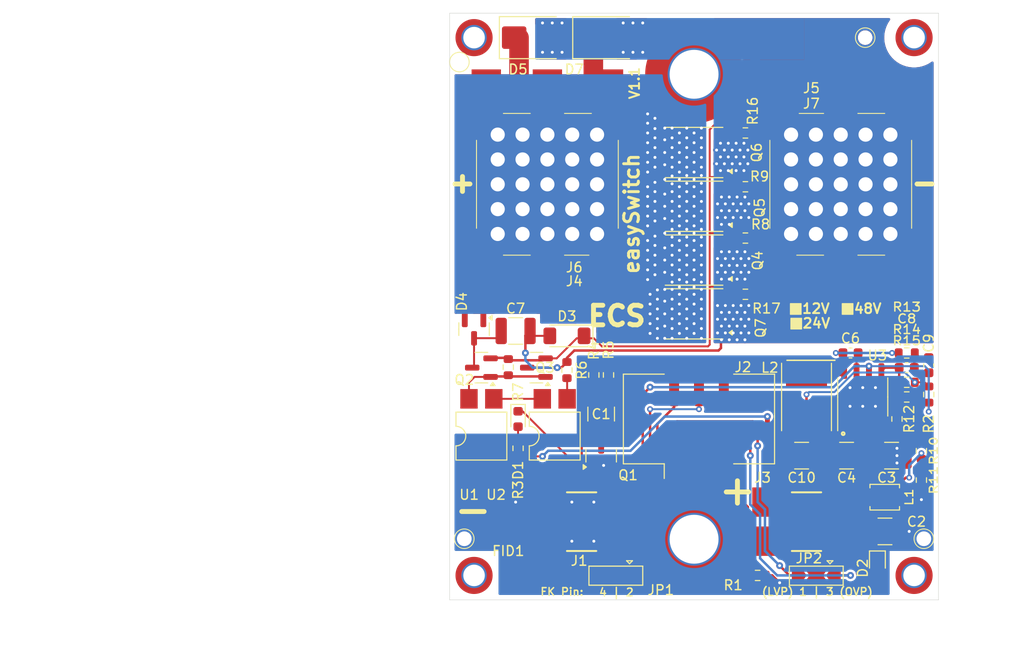
<source format=kicad_pcb>
(kicad_pcb
	(version 20241229)
	(generator "pcbnew")
	(generator_version "9.0")
	(general
		(thickness 1.6)
		(legacy_teardrops no)
	)
	(paper "A4")
	(layers
		(0 "F.Cu" signal)
		(2 "B.Cu" signal)
		(9 "F.Adhes" user "F.Adhesive")
		(11 "B.Adhes" user "B.Adhesive")
		(13 "F.Paste" user)
		(15 "B.Paste" user)
		(5 "F.SilkS" user "F.Silkscreen")
		(7 "B.SilkS" user "B.Silkscreen")
		(1 "F.Mask" user)
		(3 "B.Mask" user)
		(17 "Dwgs.User" user "User.Drawings")
		(19 "Cmts.User" user "User.Comments")
		(21 "Eco1.User" user "User.Eco1")
		(23 "Eco2.User" user "User.Eco2")
		(25 "Edge.Cuts" user)
		(27 "Margin" user)
		(31 "F.CrtYd" user "F.Courtyard")
		(29 "B.CrtYd" user "B.Courtyard")
		(35 "F.Fab" user)
		(33 "B.Fab" user)
		(39 "User.1" user)
		(41 "User.2" user)
		(43 "User.3" user)
		(45 "User.4" user)
		(47 "User.5" user)
		(49 "User.6" user)
		(51 "User.7" user)
		(53 "User.8" user)
		(55 "User.9" user)
	)
	(setup
		(pad_to_mask_clearance 0)
		(allow_soldermask_bridges_in_footprints no)
		(tenting front back)
		(aux_axis_origin 100 100)
		(pcbplotparams
			(layerselection 0x00000000_00000000_55555555_5755f5ff)
			(plot_on_all_layers_selection 0x00000000_00000000_00000000_00000000)
			(disableapertmacros no)
			(usegerberextensions no)
			(usegerberattributes yes)
			(usegerberadvancedattributes yes)
			(creategerberjobfile yes)
			(dashed_line_dash_ratio 12.000000)
			(dashed_line_gap_ratio 3.000000)
			(svgprecision 4)
			(plotframeref no)
			(mode 1)
			(useauxorigin no)
			(hpglpennumber 1)
			(hpglpenspeed 20)
			(hpglpendiameter 15.000000)
			(pdf_front_fp_property_popups yes)
			(pdf_back_fp_property_popups yes)
			(pdf_metadata yes)
			(pdf_single_document no)
			(dxfpolygonmode yes)
			(dxfimperialunits yes)
			(dxfusepcbnewfont yes)
			(psnegative no)
			(psa4output no)
			(plot_black_and_white yes)
			(plotinvisibletext no)
			(sketchpadsonfab no)
			(plotpadnumbers no)
			(hidednponfab no)
			(sketchdnponfab yes)
			(crossoutdnponfab yes)
			(subtractmaskfromsilk no)
			(outputformat 1)
			(mirror no)
			(drillshape 1)
			(scaleselection 1)
			(outputdirectory "")
		)
	)
	(net 0 "")
	(net 1 "Net-(D2-K)")
	(net 2 "Net-(U1-Pad3)")
	(net 3 "Net-(U1-Pad2)")
	(net 4 "GND")
	(net 5 "VCC")
	(net 6 "/pgood")
	(net 7 "Net-(Q1-C)")
	(net 8 "Net-(C1-Pad1)")
	(net 9 "Net-(U3-VIN)")
	(net 10 "Net-(U3-BST)")
	(net 11 "Net-(U3-SW)")
	(net 12 "Net-(D4-K)")
	(net 13 "Net-(U3-FB)")
	(net 14 "Net-(C8-Pad1)")
	(net 15 "Net-(D1-K)")
	(net 16 "Net-(D1-A)")
	(net 17 "Net-(D2-A)")
	(net 18 "Net-(J2-Pin_5)")
	(net 19 "Net-(J2-Pin_4)")
	(net 20 "Net-(J2-Pin_3)")
	(net 21 "unconnected-(J2-Pin_6-Pad6)")
	(net 22 "Net-(J2-Pin_1)")
	(net 23 "Net-(J2-Pin_2)")
	(net 24 "Net-(Q2-B)")
	(net 25 "Net-(Q4-G)")
	(net 26 "Net-(Q5-G)")
	(net 27 "Net-(Q6-G)")
	(net 28 "Net-(R6-Pad1)")
	(net 29 "Net-(U3-EN{slash}UVLO)")
	(net 30 "Net-(U3-RON)")
	(net 31 "unconnected-(D4-NC-Pad2)")
	(net 32 "unconnected-(H1-Pad1)")
	(net 33 "/sw-")
	(net 34 "/sw+")
	(net 35 "/G")
	(net 36 "Net-(Q7-G)")
	(net 37 "unconnected-(H2-Pad1)")
	(net 38 "unconnected-(H3-Pad1)")
	(net 39 "unconnected-(H4-Pad1)")
	(net 40 "unconnected-(H5-Pad1)")
	(net 41 "unconnected-(H6-Pad1)")
	(net 42 "unconnected-(H1-Pad1)_1")
	(net 43 "unconnected-(H2-Pad1)_1")
	(net 44 "unconnected-(H3-Pad1)_1")
	(net 45 "unconnected-(H4-Pad1)_1")
	(net 46 "unconnected-(H5-Pad1)_1")
	(net 47 "unconnected-(H6-Pad1)_1")
	(footprint "myWürthSHFU:WP-SHFU_7461098_HAL" (layer "F.Cu") (at 110 57.5))
	(footprint "Resistor_SMD:R_0603_1608Metric" (layer "F.Cu") (at 146.75 74.75))
	(footprint "myBOM:BOM_PART" (layer "F.Cu") (at 82 54))
	(footprint "Resistor_SMD:R_0603_1608Metric" (layer "F.Cu") (at 146.75 77.75 180))
	(footprint "Jumper:SolderJumper-3_P2.0mm_Open_TrianglePad1.0x1.5mm" (layer "F.Cu") (at 137.5 97.5 180))
	(footprint "Package_DIP:SMDIP-4_W7.62mm" (layer "F.Cu") (at 110.75 83.25 90))
	(footprint "Capacitor_SMD:C_1210_3225Metric" (layer "F.Cu") (at 145.2 85.25))
	(footprint "MountingHole:MountingHole_2.2mm_M2_DIN965_Pad_TopOnly" (layer "F.Cu") (at 102.5 97.5))
	(footprint "Resistor_SMD:R_0603_1608Metric" (layer "F.Cu") (at 116.25 77 -90))
	(footprint "myHoles:printer_mounting_holes_1mm" (layer "F.Cu") (at 148.5 93.75))
	(footprint "Package_SO:PowerPAK_SO-8_Single" (layer "F.Cu") (at 125 70.75 180))
	(footprint "Resistor_SMD:R_0603_1608Metric" (layer "F.Cu") (at 107 84.5 90))
	(footprint "Resistor_SMD:R_0603_1608Metric" (layer "F.Cu") (at 112 76.5 90))
	(footprint "Package_TO_SOT_SMD:SOT-23" (layer "F.Cu") (at 103.25 76.25 180))
	(footprint "Resistor_SMD:R_0603_1608Metric" (layer "F.Cu") (at 130.25 63))
	(footprint "Resistor_SMD:R_0603_1608Metric" (layer "F.Cu") (at 130.25 57.75))
	(footprint "Diode_SMD:D_SMB" (layer "F.Cu") (at 108.75 42.5))
	(footprint "Capacitor_SMD:C_1210_3225Metric" (layer "F.Cu") (at 140.6 85.25 180))
	(footprint "LED_SMD:LED_0603_1608Metric" (layer "F.Cu") (at 107 81.5 -90))
	(footprint "myHoles:printer_mounting_holes_1mm" (layer "F.Cu") (at 101.5 93.75))
	(footprint "Package_SO:PowerPAK_SO-8_Single" (layer "F.Cu") (at 125 54.25 180))
	(footprint "myChineseConnectors:14580S0M5" (layer "F.Cu") (at 140 57.5 -90))
	(footprint "Resistor_SMD:R_0603_1608Metric" (layer "F.Cu") (at 114.75 77 -90))
	(footprint "Resistor_SMD:R_0603_1608Metric" (layer "F.Cu") (at 106 76.2 -90))
	(footprint "myChineseConnectors:14580S0M5" (layer "F.Cu") (at 110 57.5 90))
	(footprint "Connector_IDC:IDC-Header_2x03_P2.54mm_Vertical_SMD" (layer "F.Cu") (at 125.5 81.5 90))
	(footprint "Capacitor_SMD:C_1210_3225Metric" (layer "F.Cu") (at 106.75 72.5))
	(footprint "Package_TO_SOT_SMD:SOT-23" (layer "F.Cu") (at 108.875 76.25 180))
	(footprint "Resistor_SMD:R_0603_1608Metric" (layer "F.Cu") (at 148.25 87.75 -90))
	(footprint "Jumper:SolderJumper-3_P2.0mm_Open_TrianglePad1.0x1.5mm" (layer "F.Cu") (at 117 97.5 180))
	(footprint "Capacitor_SMD:C_0603_1608Metric" (layer "F.Cu") (at 149 76 -90))
	(footprint "Package_SO:PowerPAK_SO-8_Single" (layer "F.Cu") (at 125 65.25 180))
	(footprint "Inductor_SMD:L_Taiyo-Yuden_NR-50xx_HandSoldering"
		(layer "F.Cu")
		(uuid "7f9efbfd-e2e6-49f0-a7eb-89e1030e9fce")
		(at 136.5 79.25 -90)
		(descr "Inductor, Taiyo Yuden, NR series, Taiyo-Yuden_NR-50xx, 4.9mmx4.9mm")
		(tags "inductor taiyo-yuden nr smd")
		(property "Reference" "L2"
			(at -3 3.75 180)
			(layer "F.SilkS")
			(uuid "60a7b208-cc87-408e-a608-41672bd0ea6e")
			(effects
				(font
					(size 1 1)
					(thickness 0.15)
				)
			)
		)
		(property "Value" "100µ/0,32A"
			(at 0 3.95 90)
			(layer "F.Fab")
			(uuid "53ce58c0-954a-43d4-a624-844ea28758d5")
			(effects
				(font
					(size 1 1)
					(thickness 0.15)
				)
			)
		)
		(property "Datasheet" "https://www.we-online.com/de/components/products/WE-LQFS?sq=74406042101#74406042101"
			(at 0 0 270)
			(unlocked yes)
			(layer "F.Fab")
			(hide yes)
			(uuid "42b4a444-2929-4268-8d6e-8f14bcbede96")
			(effects
				(font
					(size 1.27 1.27)
					(thickness 0.15)
				)
			)
		)
		(property "Description" "SPEICHERDROSSEL 100µH 0,32 A 1386 mOhm WE-LQFS SMT Power Inductor 4,8 x 4,8 mm"
			(at 0 0 270)
			(unlocked yes)
			(layer "F.Fab")
			(hide yes)
			(uuid "d8b78a12-7c97-4f15-82e0-2b1faacd3250")
			(effects
				(font
					(size 1.27 1.27)
					(thickness 0.15)
				)
			)
		)
		(property "ECS Art#" "L173"
			(at 0 0 270)
			(unlocked yes)
			(layer "F.Fab")
			(hide yes)
			(uuid "91c3e7f9-adaa-49b3-802b-d98681821157")
			(effects
				(font
					(size 1 1)
					(thickness 0.15)
				)
			)
		)
		(property "HAN" "74406042101"
			(at 0 0 270)
			(unlocked yes)
			(layer "F.Fab")
			(hide yes)
			(uuid "d771bbd8-0403-413a-8aad-b8d847cc9a7f")
			(effects
				(font
					(size 1 1)
					(thickness 0.15)
				)
			)
		)
		(property "Hersteller" "Würth"
			(at 0 0 270)
			(unlocked yes)
			(layer "F.Fab")
			(hide yes)
			(uuid "d136eac3-ea77-47b9-9f4a-775f714480a2")
			(effects
				(font
					(size 1 1)
					(thickness 0.15)
				)
			)
		)
		(property "Field-1" ""
			(at 0 0 270)
			(unlocked yes)
			(layer "F.Fab")
			(hide yes)
			(uuid "604da045-4596-45f4-a188-285fbf59e453")
			(effects
				(font
					(size 1 1)
					(thickness 0.15)
				)
			)
		)
		(property ki_fp_filters "Choke_* *Coil* Inductor_* L_*")
		(path "/514a2f4e-6783-458f-99d7-62670ce71689")
		(sheetname "/")
		(sheetfile "easySwitch.kicad_sch")
		(attr smd)
		(fp_line
			(start -3.45 2.55)
			(end 3.45 2.55)
			(stroke
				(width 0.12)
				(type solid)
			)
			(layer "F.SilkS")
			(uuid "77267374-04c0-4580-961a-a19efd9d5e35")
		)
		(fp_line
			(start -3.45 -2.55)
			(end 3.45 -2.55)
			(stroke
				(width 0.12)
				(type solid)
			)
			(layer "F.SilkS")
			(uuid "21739b0d-65c0-4755-ba7c-613c65d528e2")
		)
		(fp_line
			(start -3.75 2.75)
			(end 3.75 2.75)
			(stroke
				(width 0.05)
				(type solid)
			)
			(layer "F.CrtYd")
			(uuid "34ad101e-7bb5-4589-b5fd-2f2422327c1e")
		)
		(fp_line
			(start 3.75 2.75)
			(end 3.75 -2.75)
			(stroke
				(width 0.05)
				(type solid)
			)
			(layer "F.CrtYd")
			(uuid "556d82d4-3b99-4673-a45f-c7a347cfcdf9")
		)
		(fp_line
			(start -3.75 -2.75)
			(end -3.75 2.75)
			(stroke
				(width 0.05)
				(type solid)
			)
			(layer "F.CrtYd")
			(uuid "94dd7a61-8195-4cfb-884b-2dcdbb776bbd")
		)
		(fp_line
			(start 3.75 -2.75)
			(end -3.75 -2.75)
			(stroke
				(width 0.05)
				(type solid)
			)
			(layer "F.CrtYd")
			(uuid "fa5bf4ed-261f-4321-be54-7556b7950261")
		)
		(fp_line
			(start -1.65 2.45)
			(end 0 2.45)
			(stroke
				(width 0.1)
				(type solid)
			)
			(layer "F.Fab")
			(uuid "22717a62-2b3b-4760-90e7-2cde4bf34382")
		)
		(fp_line
			(start 1.65 2.45)
			(end 0 2.45)
			(stroke
				(width 0.1)
				(type solid)
			)
			(layer "F.Fab")
			(uuid "c76ee5ba-32fe-4c27-bbad-7fa2b120fd66")
		)
		(fp_line
			(start -2.45 1.65)
			(end -1.65 2.45)
			(stroke
				(width 0.1)
				(type solid)
			)
			(layer "F.Fab")
			(uuid "3348da27-c6de-42c5-acfe-20b13a597b2a")
		)
		(fp_line
			(start 2.45 1.65)
			(end 1.65 2.45)
			(stroke
				(width 0.1)
				(type solid)
			)
			(layer "F.Fab")
			(uuid "f50e568b-d038-49ed-952f-66cd62b11a2b")
		)
		(fp_line
			(start -2.45 0)
			(end -2.45 1.65)
			(stroke
				(width 0.1)
				(type solid)
			)
			(layer "F.Fab")
			(uuid "d1ab975c-7c98-4365-b374-8a17a915d512")
		)
		(fp_line
			(start -2.45 0)
			(end -2.45 -1.65)
			(stroke
				(width 0.1)
				(type solid)
			)
			(layer "F.Fab")
			(uuid "cb48103e-e451-4601-9ec2-9255efc9bb73")
		)
		(fp_line
			(start 2.45 0)
			(end 2.45 1.65)
			(stroke
				(width 0.1)
				(type solid)
			)
			(layer "F.Fab")
			(uuid "5
... [354536 chars truncated]
</source>
